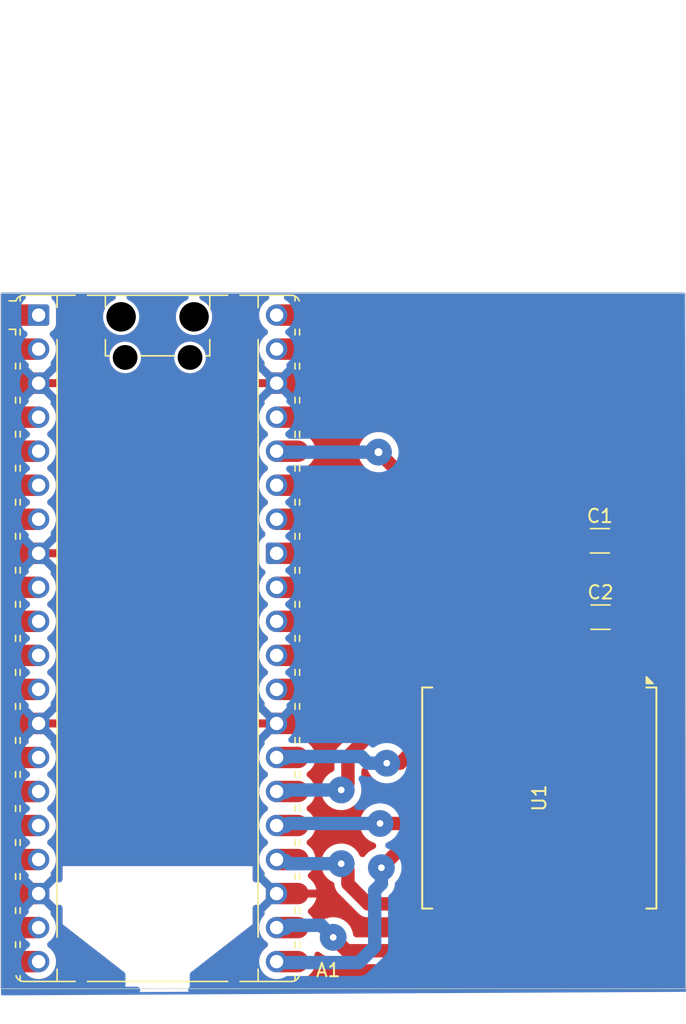
<source format=kicad_pcb>
(kicad_pcb (version 20241229) (generator "pcbnew") (generator_version "9.0")
  (layers (0 "F.Cu" signal) (2 "B.Cu" signal) (13 "F.Paste" user) (15 "B.Paste" user) (5 "F.SilkS" user "F.Silkscreen") (7 "B.SilkS" user "B.Silkscreen") (1 "F.Mask" user) (3 "B.Mask" user) (25 "Edge.Cuts" user))
  (net 0 "")
  (net 1 "DIO0")
  (net 3 "SCK")
  (net 4 "GND")
  (net 14 "MOSI")
  (net 18 "MISO")
  (net 19 "3.3V")
  (net 21 "RESET")
  (net 22 "NSS")
  (footprint "RF_Module:Ai-Thinker-Ra-01-LoRa" (layer "F.Cu") (at 152.4716 108.3178 -90)
    (property "Reference" "U1" (at 0 0 90) (layer "F.SilkS"))
    (property "Value" "Ai-Thinker-Ra-01")
    (fp_line (start -8.25 8.75) (end 8.25 8.75) (stroke (width 0.15)) (layer "F.SilkS"))
    (fp_line (start 8.25 8.75) (end 8.25 8) (stroke (width 0.15)) (layer "F.SilkS"))
    (fp_line (start -8.25 8) (end -8.25 8.75) (stroke (width 0.15)) (layer "F.SilkS"))
    (fp_line (start -8.25 -8) (end -8.25 -8.75) (stroke (width 0.15)) (layer "F.SilkS"))
    (fp_line (start -8.25 -8.75) (end 8.25 -8.75) (stroke (width 0.15)) (layer "F.SilkS"))
    (fp_line (start 8.25 -8.75) (end 8.25 -8) (stroke (width 0.15)) (layer "F.SilkS"))
    (fp_poly (pts (xy -8.55 -8) (xy -9.05 -8) (xy -8.55 -8.5) (xy -8.55 -8)) (stroke (width 0.12)) (fill yes) (layer "F.SilkS"))
    (pad "1" smd rect (at -8 -7 270) (size 2 1.5) (layers "F.Cu" "F.Mask" "F.Paste"))
    (pad "2" smd rect (at -8 -5 270) (size 2 1.5) (layers "F.Cu" "F.Mask" "F.Paste") (net 4 "GND"))
    (pad "3" smd rect (at -8 -3 270) (size 2 1.5) (layers "F.Cu" "F.Mask" "F.Paste") (net 19 "3.3V"))
    (pad "4" smd rect (at -8 -1 270) (size 2 1.5) (layers "F.Cu" "F.Mask" "F.Paste") (net 21 "RESET"))
    (pad "5" smd rect (at -8 1 270) (size 2 1.5) (layers "F.Cu" "F.Mask" "F.Paste") (net 1 "DIO0"))
    (pad "6" smd rect (at -8 3 270) (size 2 1.5) (layers "F.Cu" "F.Mask" "F.Paste"))
    (pad "7" smd rect (at -8 5 270) (size 2 1.5) (layers "F.Cu" "F.Mask" "F.Paste"))
    (pad "8" smd rect (at -8 7 270) (size 2 1.5) (layers "F.Cu" "F.Mask" "F.Paste"))
    (pad "9" smd rect (at 8 7 270) (size 2 1.5) (layers "F.Cu" "F.Mask" "F.Paste") (net 4 "GND"))
    (pad "10" smd rect (at 8 5 270) (size 2 1.5) (layers "F.Cu" "F.Mask" "F.Paste"))
    (pad "11" smd rect (at 8 3 270) (size 2 1.5) (layers "F.Cu" "F.Mask" "F.Paste"))
    (pad "12" smd rect (at 8 1 270) (size 2 1.5) (layers "F.Cu" "F.Mask" "F.Paste") (net 3 "SCK"))
    (pad "13" smd rect (at 8 -1 270) (size 2 1.5) (layers "F.Cu" "F.Mask" "F.Paste") (net 18 "MISO"))
    (pad "14" smd rect (at 8 -3 270) (size 2 1.5) (layers "F.Cu" "F.Mask" "F.Paste") (net 14 "MOSI"))
    (pad "15" smd rect (at 8 -5 270) (size 2 1.5) (layers "F.Cu" "F.Mask" "F.Paste") (net 22 "NSS"))
    (pad "16" smd rect (at 8 -7 270) (size 2 1.5) (layers "F.Cu" "F.Mask" "F.Paste") (net 4 "GND"))
  )
  (footprint "Library:RaspberryPi_Pico_Common_Unspecified" (layer "F.Cu") (at 123.95 96.4)
    (property "Reference" "A1" (at 11.7475 24.765 0) (layer "F.SilkS") (effects (justify left)))
    (property "Value" "RaspberryPi_Pico_W")
    (fp_line (start -10.61 -23.07) (end -11.09 -23.07) (stroke (width 0.12)) (layer "F.SilkS"))
    (fp_line (start -10.61 -23.07) (end -10.61 -22.65) (stroke (width 0.12)) (layer "F.SilkS"))
    (fp_line (start -10.61 -20.53) (end -10.61 -20.11) (stroke (width 0.12)) (layer "F.SilkS"))
    (fp_line (start -10.61 -17.99) (end -10.61 -17.57) (stroke (width 0.12)) (layer "F.SilkS"))
    (fp_line (start -10.61 -15.45) (end -10.61 -15.03) (stroke (width 0.12)) (layer "F.SilkS"))
    (fp_line (start -10.61 -12.91) (end -10.61 -12.49) (stroke (width 0.12)) (layer "F.SilkS"))
    (fp_line (start -10.61 -10.37) (end -10.61 -9.95) (stroke (width 0.12)) (layer "F.SilkS"))
    (fp_line (start -10.61 -7.83) (end -10.61 -7.41) (stroke (width 0.12)) (layer "F.SilkS"))
    (fp_line (start -10.61 -5.29) (end -10.61 -4.87) (stroke (width 0.12)) (layer "F.SilkS"))
    (fp_line (start -10.61 -2.75) (end -10.61 -2.33) (stroke (width 0.12)) (layer "F.SilkS"))
    (fp_line (start -10.61 -0.21) (end -10.61 0.21) (stroke (width 0.12)) (layer "F.SilkS"))
    (fp_line (start -10.61 2.33) (end -10.61 2.75) (stroke (width 0.12)) (layer "F.SilkS"))
    (fp_line (start -10.61 4.87) (end -10.61 5.29) (stroke (width 0.12)) (layer "F.SilkS"))
    (fp_line (start -10.61 7.41) (end -10.61 7.83) (stroke (width 0.12)) (layer "F.SilkS"))
    (fp_line (start -10.61 9.95) (end -10.61 10.37) (stroke (width 0.12)) (layer "F.SilkS"))
    (fp_line (start -10.61 12.49) (end -10.61 12.91) (stroke (width 0.12)) (layer "F.SilkS"))
    (fp_line (start -10.61 15.03) (end -10.61 15.45) (stroke (width 0.12)) (layer "F.SilkS"))
    (fp_line (start -10.61 17.57) (end -10.61 17.99) (stroke (width 0.12)) (layer "F.SilkS"))
    (fp_line (start -10.61 20.11) (end -10.61 20.53) (stroke (width 0.12)) (layer "F.SilkS"))
    (fp_line (start -10.61 22.65) (end -10.61 23.07) (stroke (width 0.12)) (layer "F.SilkS"))
    (fp_line (start -10.579676 -25.19) (end -11.09 -25.19) (stroke (width 0.12)) (layer "F.SilkS"))
    (fp_line (start -10.27 -25.189937) (end -10.27 -25.547) (stroke (width 0.12)) (layer "F.SilkS"))
    (fp_line (start -10.27 -23.07) (end -10.27 -22.65) (stroke (width 0.12)) (layer "F.SilkS"))
    (fp_line (start -10.27 -20.53) (end -10.27 -20.11) (stroke (width 0.12)) (layer "F.SilkS"))
    (fp_line (start -10.27 -17.99) (end -10.27 -17.57) (stroke (width 0.12)) (layer "F.SilkS"))
    (fp_line (start -10.27 -15.45) (end -10.27 -15.03) (stroke (width 0.12)) (layer "F.SilkS"))
    (fp_line (start -10.27 -12.91) (end -10.27 -12.49) (stroke (width 0.12)) (layer "F.SilkS"))
    (fp_line (start -10.27 -10.37) (end -10.27 -9.95) (stroke (width 0.12)) (layer "F.SilkS"))
    (fp_line (start -10.27 -7.83) (end -10.27 -7.41) (stroke (width 0.12)) (layer "F.SilkS"))
    (fp_line (start -10.27 -5.29) (end -10.27 -4.87) (stroke (width 0.12)) (layer "F.SilkS"))
    (fp_line (start -10.27 -2.75) (end -10.27 -2.33) (stroke (width 0.12)) (layer "F.SilkS"))
    (fp_line (start -10.27 -0.21) (end -10.27 0.21) (stroke (width 0.12)) (layer "F.SilkS"))
    (fp_line (start -10.27 2.33) (end -10.27 2.75) (stroke (width 0.12)) (layer "F.SilkS"))
    (fp_line (start -10.27 4.87) (end -10.27 5.29) (stroke (width 0.12)) (layer "F.SilkS"))
    (fp_line (start -10.27 7.41) (end -10.27 7.83) (stroke (width 0.12)) (layer "F.SilkS"))
    (fp_line (start -10.27 9.95) (end -10.27 10.37) (stroke (width 0.12)) (layer "F.SilkS"))
    (fp_line (start -10.27 12.49) (end -10.27 12.91) (stroke (width 0.12)) (layer "F.SilkS"))
    (fp_line (start -10.27 15.03) (end -10.27 15.45) (stroke (width 0.12)) (layer "F.SilkS"))
    (fp_line (start -10.27 17.57) (end -10.27 17.99) (stroke (width 0.12)) (layer "F.SilkS"))
    (fp_line (start -10.27 20.11) (end -10.27 20.53) (stroke (width 0.12)) (layer "F.SilkS"))
    (fp_line (start -10.27 22.65) (end -10.27 23.07) (stroke (width 0.12)) (layer "F.SilkS"))
    (fp_line (start -10.27 25.189937) (end -10.27 25.547) (stroke (width 0.12)) (layer "F.SilkS"))
    (fp_line (start -10 -25.61) (end -7.51 -25.61) (stroke (width 0.12)) (layer "F.SilkS"))
    (fp_line (start -10 25.61) (end -6.162061 25.61) (stroke (width 0.12)) (layer "F.SilkS"))
    (fp_line (start -7.51 -25.61) (end -7.51 -24.69648) (stroke (width 0.12)) (layer "F.SilkS"))
    (fp_line (start -7.51 -25.61) (end -6.16206 -25.61) (stroke (width 0.12)) (layer "F.SilkS"))
    (fp_line (start -7.51 -22.30352) (end -7.51 22.30352) (stroke (width 0.12)) (layer "F.SilkS"))
    (fp_line (start -7.51 24.69648) (end -7.51 25.61) (stroke (width 0.12)) (layer "F.SilkS"))
    (fp_line (start -5.237939 -25.61) (end -4.235 -25.61) (stroke (width 0.12)) (layer "F.SilkS"))
    (fp_line (start -4.235 -25.61) (end 4.235 -25.61) (stroke (width 0.12)) (layer "F.SilkS"))
    (fp_line (start -3.9 -25.61) (end -3.9 -24.694) (stroke (width 0.12)) (layer "F.SilkS"))
    (fp_line (start -3.9 -22.306) (end -3.9 -21.09) (stroke (width 0.12)) (layer "F.SilkS"))
    (fp_line (start -3.9 -21.09) (end -3.60391 -21.09) (stroke (width 0.12)) (layer "F.SilkS"))
    (fp_line (start -3.6 25.61) (end -5.237939 25.61) (stroke (width 0.12)) (layer "F.SilkS"))
    (fp_line (start -1.24609 -21.09) (end 1.24609 -21.09) (stroke (width 0.12)) (layer "F.SilkS"))
    (fp_line (start 3.6 25.61) (end -3.6 25.61) (stroke (width 0.12)) (layer "F.SilkS"))
    (fp_line (start 3.60391 -21.09) (end 3.9 -21.09) (stroke (width 0.12)) (layer "F.SilkS"))
    (fp_line (start 3.9 -25.61) (end 3.9 -24.694) (stroke (width 0.12)) (layer "F.SilkS"))
    (fp_line (start 3.9 -22.306) (end 3.9 -21.09) (stroke (width 0.12)) (layer "F.SilkS"))
    (fp_line (start 4.235 -25.61) (end 5.237939 -25.61) (stroke (width 0.12)) (layer "F.SilkS"))
    (fp_line (start 5.237939 25.61) (end 3.6 25.61) (stroke (width 0.12)) (layer "F.SilkS"))
    (fp_line (start 6.162061 -25.61) (end 7.51 -25.61) (stroke (width 0.12)) (layer "F.SilkS"))
    (fp_line (start 6.162061 25.61) (end 10 25.61) (stroke (width 0.12)) (layer "F.SilkS"))
    (fp_line (start 7.51 -25.61) (end 7.51 -24.69648) (stroke (width 0.12)) (layer "F.SilkS"))
    (fp_line (start 7.51 -22.30352) (end 7.51 22.30352) (stroke (width 0.12)) (layer "F.SilkS"))
    (fp_line (start 7.51 24.69648) (end 7.51 25.61) (stroke (width 0.12)) (layer "F.SilkS"))
    (fp_line (start 10 -25.61) (end 7.51 -25.61) (stroke (width 0.12)) (layer "F.SilkS"))
    (fp_line (start 10.27 -25.189937) (end 10.27 -25.547) (stroke (width 0.12)) (layer "F.SilkS"))
    (fp_line (start 10.27 -23.07) (end 10.27 -22.65) (stroke (width 0.12)) (layer "F.SilkS"))
    (fp_line (start 10.27 -20.53) (end 10.27 -20.11) (stroke (width 0.12)) (layer "F.SilkS"))
    (fp_line (start 10.27 -17.99) (end 10.27 -17.57) (stroke (width 0.12)) (layer "F.SilkS"))
    (fp_line (start 10.27 -15.45) (end 10.27 -15.03) (stroke (width 0.12)) (layer "F.SilkS"))
    (fp_line (start 10.27 -12.91) (end 10.27 -12.49) (stroke (width 0.12)) (layer "F.SilkS"))
    (fp_line (start 10.27 -10.37) (end 10.27 -9.95) (stroke (width 0.12)) (layer "F.SilkS"))
    (fp_line (start 10.27 -7.83) (end 10.27 -7.41) (stroke (width 0.12)) (layer "F.SilkS"))
    (fp_line (start 10.27 -5.29) (end 10.27 -4.87) (stroke (width 0.12)) (layer "F.SilkS"))
    (fp_line (start 10.27 -2.75) (end 10.27 -2.33) (stroke (width 0.12)) (layer "F.SilkS"))
    (fp_line (start 10.27 -0.21) (end 10.27 0.21) (stroke (width 0.12)) (layer "F.SilkS"))
    (fp_line (start 10.27 2.33) (end 10.27 2.75) (stroke (width 0.12)) (layer "F.SilkS"))
    (fp_line (start 10.27 4.87) (end 10.27 5.29) (stroke (width 0.12)) (layer "F.SilkS"))
    (fp_line (start 10.27 7.41) (end 10.27 7.83) (stroke (width 0.12)) (layer "F.SilkS"))
    (fp_line (start 10.27 9.95) (end 10.27 10.37) (stroke (width 0.12)) (layer "F.SilkS"))
    (fp_line (start 10.27 12.49) (end 10.27 12.91) (stroke (width 0.12)) (layer "F.SilkS"))
    (fp_line (start 10.27 15.03) (end 10.27 15.45) (stroke (width 0.12)) (layer "F.SilkS"))
    (fp_line (start 10.27 17.57) (end 10.27 17.99) (stroke (width 0.12)) (layer "F.SilkS"))
    (fp_line (start 10.27 20.11) (end 10.27 20.53) (stroke (width 0.12)) (layer "F.SilkS"))
    (fp_line (start 10.27 22.65) (end 10.27 23.07) (stroke (width 0.12)) (layer "F.SilkS"))
    (fp_line (start 10.27 25.189937) (end 10.27 25.547) (stroke (width 0.12)) (layer "F.SilkS"))
    (fp_line (start 10.61 -23.07) (end 10.61 -22.65) (stroke (width 0.12)) (layer "F.SilkS"))
    (fp_line (start 10.61 -20.53) (end 10.61 -20.11) (stroke (width 0.12)) (layer "F.SilkS"))
    (fp_line (start 10.61 -17.99) (end 10.61 -17.57) (stroke (width 0.12)) (layer "F.SilkS"))
    (fp_line (start 10.61 -15.45) (end 10.61 -15.03) (stroke (width 0.12)) (layer "F.SilkS"))
    (fp_line (start 10.61 -12.91) (end 10.61 -12.49) (stroke (width 0.12)) (layer "F.SilkS"))
    (fp_line (start 10.61 -10.37) (end 10.61 -9.95) (stroke (width 0.12)) (layer "F.SilkS"))
    (fp_line (start 10.61 -7.83) (end 10.61 -7.41) (stroke (width 0.12)) (layer "F.SilkS"))
    (fp_line (start 10.61 -5.29) (end 10.61 -4.87) (stroke (width 0.12)) (layer "F.SilkS"))
    (fp_line (start 10.61 -2.75) (end 10.61 -2.33) (stroke (width 0.12)) (layer "F.SilkS"))
    (fp_line (start 10.61 -0.21) (end 10.61 0.21) (stroke (width 0.12)) (layer "F.SilkS"))
    (fp_line (start 10.61 2.33) (end 10.61 2.75) (stroke (width 0.12)) (layer "F.SilkS"))
    (fp_line (start 10.61 4.87) (end 10.61 5.29) (stroke (width 0.12)) (layer "F.SilkS"))
    (fp_line (start 10.61 7.41) (end 10.61 7.83) (stroke (width 0.12)) (layer "F.SilkS"))
    (fp_line (start 10.61 9.95) (end 10.61 10.37) (stroke (width 0.12)) (layer "F.SilkS"))
    (fp_line (start 10.61 12.49) (end 10.61 12.91) (stroke (width 0.12)) (layer "F.SilkS"))
    (fp_line (start 10.61 15.03) (end 10.61 15.45) (stroke (width 0.12)) (layer "F.SilkS"))
    (fp_line (start 10.61 17.57) (end 10.61 17.99) (stroke (width 0.12)) (layer "F.SilkS"))
    (fp_line (start 10.61 20.11) (end 10.61 20.53) (stroke (width 0.12)) (layer "F.SilkS"))
    (fp_line (start 10.61 22.65) (end 10.61 23.07) (stroke (width 0.12)) (layer "F.SilkS"))
    (fp_arc (start -10.579676 -25.19) (mid -10.357916 -25.49396) (end -10 -25.61) (stroke (width 0.12)) (layer "F.SilkS"))
    (fp_arc (start -10 25.61) (mid -10.357937 25.493944) (end -10.579676 25.189937) (stroke (width 0.12)) (layer "F.SilkS"))
    (fp_arc (start 10 -25.61) (mid 10.357937 -25.493944) (end 10.579676 -25.189937) (stroke (width 0.12)) (layer "F.SilkS"))
    (fp_arc (start 10.579676 25.189937) (mid 10.357958 25.493991) (end 10 25.61) (stroke (width 0.12)) (layer "F.SilkS"))
    (pad "" np_thru_hole circle (at -2.725 -24) (size 2.2 2.2) (drill 2.2) (layers "*.Mask"))
    (pad "" np_thru_hole circle (at -2.425 -20.97) (size 1.85 1.85) (drill 1.85) (layers "*.Mask"))
    (pad "" np_thru_hole circle (at 2.425 -20.97) (size 1.85 1.85) (drill 1.85) (layers "*.Mask"))
    (pad "" np_thru_hole circle (at 2.725 -24) (size 2.2 2.2) (drill 2.2) (layers "*.Mask"))
    (pad "1" smd custom (at -9.69 -24.13) (size 1.6 0.8) (layers "F.Cu" "F.Mask") (options (clearance outline) (anchor rect)) (primitives (gr_circle (center 0.8 0) (end 1.6 0) (width 0) (fill yes)) (gr_poly (pts (xy -1.6 -0.6) (xy -1.6 0.6) (xy -1.4 0.8) (xy 0.8 0.8) (xy 0.8 -0.8) (xy -1.4 -0.8)) (width 0) (fill yes)) (gr_circle (center -1.4 -0.6) (end -1.2 -0.6) (width 0) (fill yes)) (gr_circle (center -1.4 0.6) (end -1.2 0.6) (width 0) (fill yes))))
    (pad "1" thru_hole roundrect (at -8.89 -24.13) (size 1.6 1.6) (drill 1) (layers "*.Cu" "*.Mask") (roundrect_rratio 0.125))
    (pad "2" smd roundrect (at -9.69 -21.59) (size 3.2 1.6) (layers "F.Cu" "F.Mask") (roundrect_rratio 0.5))
    (pad "2" thru_hole circle (at -8.89 -21.59) (size 1.6 1.6) (drill 1) (layers "*.Cu" "*.Mask"))
    (pad "3" smd custom (at -9.69 -19.05) (size 1.6 0.8) (layers "F.Cu" "F.Mask") (net 4 "GND") (options (clearance outline) (anchor rect)) (primitives (gr_circle (center -0.8 0) (end 0 0) (width 0) (fill yes)) (gr_poly (pts (xy 1.6 -0.6) (xy 1.6 0.6) (xy 1.4 0.8) (xy -0.8 0.8) (xy -0.8 -0.8) (xy 1.4 -0.8)) (width 0) (fill yes)) (gr_circle (center 1.4 -0.6) (end 1.6 -0.6) (width 0) (fill yes)) (gr_circle (center 1.4 0.6) (end 1.6 0.6) (width 0) (fill yes))))
    (pad "3" thru_hole custom (at -8.89 -19.05) (size 1.6 1.6) (drill 1) (layers "*.Cu" "*.Mask") (net 4 "GND") (options (clearance outline) (anchor circle)) (primitives (gr_poly (pts (xy 0.8 0.6) (xy 0.8 -0.6) (xy 0.6 -0.8) (xy 0 -0.8) (xy 0 0.8) (xy 0.6 0.8)) (width 0) (fill yes)) (gr_circle (center 0.6 0.6) (end 0.8 0.6) (width 0) (fill yes)) (gr_circle (center 0.6 -0.6) (end 0.8 -0.6) (width 0) (fill yes))))
    (pad "4" smd roundrect (at -9.69 -16.51) (size 3.2 1.6) (layers "F.Cu" "F.Mask") (roundrect_rratio 0.5))
    (pad "4" thru_hole circle (at -8.89 -16.51) (size 1.6 1.6) (drill 1) (layers "*.Cu" "*.Mask"))
    (pad "5" smd roundrect (at -9.69 -13.97) (size 3.2 1.6) (layers "F.Cu" "F.Mask") (roundrect_rratio 0.5))
    (pad "5" thru_hole circle (at -8.89 -13.97) (size 1.6 1.6) (drill 1) (layers "*.Cu" "*.Mask"))
    (pad "6" smd roundrect (at -9.69 -11.43) (size 3.2 1.6) (layers "F.Cu" "F.Mask") (roundrect_rratio 0.5))
    (pad "6" thru_hole circle (at -8.89 -11.43) (size 1.6 1.6) (drill 1) (layers "*.Cu" "*.Mask"))
    (pad "7" smd roundrect (at -9.69 -8.89) (size 3.2 1.6) (layers "F.Cu" "F.Mask") (roundrect_rratio 0.5))
    (pad "7" thru_hole circle (at -8.89 -8.89) (size 1.6 1.6) (drill 1) (layers "*.Cu" "*.Mask"))
    (pad "8" smd custom (at -9.69 -6.35) (size 1.6 0.8) (layers "F.Cu" "F.Mask") (net 4 "GND") (options (clearance outline) (anchor rect)) (primitives (gr_circle (center -0.8 0) (end 0 0) (width 0) (fill yes)) (gr_poly (pts (xy 1.6 -0.6) (xy 1.6 0.6) (xy 1.4 0.8) (xy -0.8 0.8) (xy -0.8 -0.8) (xy 1.4 -0.8)) (width 0) (fill yes)) (gr_circle (center 1.4 -0.6) (end 1.6 -0.6) (width 0) (fill yes)) (gr_circle (center 1.4 0.6) (end 1.6 0.6) (width 0) (fill yes))))
    (pad "8" thru_hole custom (at -8.89 -6.35) (size 1.6 1.6) (drill 1) (layers "*.Cu" "*.Mask") (net 4 "GND") (options (clearance outline) (anchor circle)) (primitives (gr_poly (pts (xy 0.8 0.6) (xy 0.8 -0.6) (xy 0.6 -0.8) (xy 0 -0.8) (xy 0 0.8) (xy 0.6 0.8)) (width 0) (fill yes)) (gr_circle (center 0.6 0.6) (end 0.8 0.6) (width 0) (fill yes)) (gr_circle (center 0.6 -0.6) (end 0.8 -0.6) (width 0) (fill yes))))
    (pad "9" smd roundrect (at -9.69 -3.81) (size 3.2 1.6) (layers "F.Cu" "F.Mask") (roundrect_rratio 0.5))
    (pad "9" thru_hole circle (at -8.89 -3.81) (size 1.6 1.6) (drill 1) (layers "*.Cu" "*.Mask"))
    (pad "10" smd roundrect (at -9.69 -1.27) (size 3.2 1.6) (layers "F.Cu" "F.Mask") (roundrect_rratio 0.5))
    (pad "10" thru_hole circle (at -8.89 -1.27) (size 1.6 1.6) (drill 1) (layers "*.Cu" "*.Mask"))
    (pad "11" smd roundrect (at -9.69 1.27) (size 3.2 1.6) (layers "F.Cu" "F.Mask") (roundrect_rratio 0.5))
    (pad "11" thru_hole circle (at -8.89 1.27) (size 1.6 1.6) (drill 1) (layers "*.Cu" "*.Mask"))
    (pad "12" smd roundrect (at -9.69 3.81) (size 3.2 1.6) (layers "F.Cu" "F.Mask") (roundrect_rratio 0.5))
    (pad "12" thru_hole circle (at -8.89 3.81) (size 1.6 1.6) (drill 1) (layers "*.Cu" "*.Mask"))
    (pad "13" smd custom (at -9.69 6.35) (size 1.6 0.8) (layers "F.Cu" "F.Mask") (net 4 "GND") (options (clearance outline) (anchor rect)) (primitives (gr_circle (center -0.8 0) (end 0 0) (width 0) (fill yes)) (gr_poly (pts (xy 1.6 -0.6) (xy 1.6 0.6) (xy 1.4 0.8) (xy -0.8 0.8) (xy -0.8 -0.8) (xy 1.4 -0.8)) (width 0) (fill yes)) (gr_circle (center 1.4 -0.6) (end 1.6 -0.6) (width 0) (fill yes)) (gr_circle (center 1.4 0.6) (end 1.6 0.6) (width 0) (fill yes))))
    (pad "13" thru_hole custom (at -8.89 6.35) (size 1.6 1.6) (drill 1) (layers "*.Cu" "*.Mask") (net 4 "GND") (options (clearance outline) (anchor circle)) (primitives (gr_poly (pts (xy 0.8 0.6) (xy 0.8 -0.6) (xy 0.6 -0.8) (xy 0 -0.8) (xy 0 0.8) (xy 0.6 0.8)) (width 0) (fill yes)) (gr_circle (center 0.6 0.6) (end 0.8 0.6) (width 0) (fill yes)) (gr_circle (center 0.6 -0.6) (end 0.8 -0.6) (width 0) (fill yes))))
    (pad "14" smd roundrect (at -9.69 8.89) (size 3.2 1.6) (layers "F.Cu" "F.Mask") (roundrect_rratio 0.5))
    (pad "14" thru_hole circle (at -8.89 8.89) (size 1.6 1.6) (drill 1) (layers "*.Cu" "*.Mask"))
    (pad "15" smd roundrect (at -9.69 11.43) (size 3.2 1.6) (layers "F.Cu" "F.Mask") (roundrect_rratio 0.5))
    (pad "15" thru_hole circle (at -8.89 11.43) (size 1.6 1.6) (drill 1) (layers "*.Cu" "*.Mask"))
    (pad "16" smd roundrect (at -9.69 13.97) (size 3.2 1.6) (layers "F.Cu" "F.Mask") (roundrect_rratio 0.5))
    (pad "16" thru_hole circle (at -8.89 13.97) (size 1.6 1.6) (drill 1) (layers "*.Cu" "*.Mask"))
    (pad "17" smd roundrect (at -9.69 16.51) (size 3.2 1.6) (layers "F.Cu" "F.Mask") (roundrect_rratio 0.5))
    (pad "17" thru_hole circle (at -8.89 16.51) (size 1.6 1.6) (drill 1) (layers "*.Cu" "*.Mask"))
    (pad "18" smd custom (at -9.69 19.05) (size 1.6 0.8) (layers "F.Cu" "F.Mask") (net 4 "GND") (options (clearance outline) (anchor rect)) (primitives (gr_circle (center -0.8 0) (end 0 0) (width 0) (fill yes)) (gr_poly (pts (xy 1.6 -0.6) (xy 1.6 0.6) (xy 1.4 0.8) (xy -0.8 0.8) (xy -0.8 -0.8) (xy 1.4 -0.8)) (width 0) (fill yes)) (gr_circle (center 1.4 -0.6) (end 1.6 -0.6) (width 0) (fill yes)) (gr_circle (center 1.4 0.6) (end 1.6 0.6) (width 0) (fill yes))))
    (pad "18" thru_hole custom (at -8.89 19.05) (size 1.6 1.6) (drill 1) (layers "*.Cu" "*.Mask") (net 4 "GND") (options (clearance outline) (anchor circle)) (primitives (gr_poly (pts (xy 0.8 0.6) (xy 0.8 -0.6) (xy 0.6 -0.8) (xy 0 -0.8) (xy 0 0.8) (xy 0.6 0.8)) (width 0) (fill yes)) (gr_circle (center 0.6 0.6) (end 0.8 0.6) (width 0) (fill yes)) (gr_circle (center 0.6 -0.6) (end 0.8 -0.6) (width 0) (fill yes))))
    (pad "19" smd roundrect (at -9.69 21.59) (size 3.2 1.6) (layers "F.Cu" "F.Mask") (roundrect_rratio 0.5))
    (pad "19" thru_hole circle (at -8.89 21.59) (size 1.6 1.6) (drill 1) (layers "*.Cu" "*.Mask"))
    (pad "20" smd roundrect (at -9.69 24.13) (size 3.2 1.6) (layers "F.Cu" "F.Mask") (roundrect_rratio 0.5))
    (pad "20" thru_hole circle (at -8.89 24.13) (size 1.6 1.6) (drill 1) (layers "*.Cu" "*.Mask"))
    (pad "21" thru_hole circle (at 8.89 24.13) (size 1.6 1.6) (drill 1) (layers "*.Cu" "*.Mask") (net 18 "MISO"))
    (pad "21" smd roundrect (at 9.69 24.13) (size 3.2 1.6) (layers "F.Cu" "F.Mask") (roundrect_rratio 0.5) (net 18 "MISO"))
    (pad "22" thru_hole circle (at 8.89 21.59) (size 1.6 1.6) (drill 1) (layers "*.Cu" "*.Mask") (net 22 "NSS"))
    (pad "22" smd roundrect (at 9.69 21.59) (size 3.2 1.6) (layers "F.Cu" "F.Mask") (roundrect_rratio 0.5) (net 22 "NSS"))
    (pad "23" thru_hole custom (at 8.89 19.05) (size 1.6 1.6) (drill 1) (layers "*.Cu" "*.Mask") (net 4 "GND") (options (clearance outline) (anchor circle)) (primitives (gr_poly (pts (xy -0.8 0.6) (xy -0.8 -0.6) (xy -0.6 -0.8) (xy 0 -0.8) (xy 0 0.8) (xy -0.6 0.8)) (width 0) (fill yes)) (gr_circle (center -0.6 0.6) (end -0.4 0.6) (width 0) (fill yes)) (gr_circle (center -0.6 -0.6) (end -0.4 -0.6) (width 0) (fill yes))))
    (pad "23" smd custom (at 9.69 19.05) (size 1.6 0.8) (layers "F.Cu" "F.Mask") (net 4 "GND") (options (clearance outline) (anchor rect)) (primitives (gr_circle (center 0.8 0) (end 1.6 0) (width 0) (fill yes)) (gr_poly (pts (xy -1.6 -0.6) (xy -1.6 0.6) (xy -1.4 0.8) (xy 0.8 0.8) (xy 0.8 -0.8) (xy -1.4 -0.8)) (width 0) (fill yes)) (gr_circle (center -1.4 -0.6) (end -1.2 -0.6) (width 0) (fill yes)) (gr_circle (center -1.4 0.6) (end -1.2 0.6) (width 0) (fill yes))))
    (pad "24" thru_hole circle (at 8.89 16.51) (size 1.6 1.6) (drill 1) (layers "*.Cu" "*.Mask") (net 3 "SCK"))
    (pad "24" smd roundrect (at 9.69 16.51) (size 3.2 1.6) (layers "F.Cu" "F.Mask") (roundrect_rratio 0.5) (net 3 "SCK"))
    (pad "25" thru_hole circle (at 8.89 13.97) (size 1.6 1.6) (drill 1) (layers "*.Cu" "*.Mask") (net 14 "MOSI"))
    (pad "25" smd roundrect (at 9.69 13.97) (size 3.2 1.6) (layers "F.Cu" "F.Mask") (roundrect_rratio 0.5) (net 14 "MOSI"))
    (pad "26" thru_hole circle (at 8.89 11.43) (size 1.6 1.6) (drill 1) (layers "*.Cu" "*.Mask") (net 1 "DIO0"))
    (pad "26" smd roundrect (at 9.69 11.43) (size 3.2 1.6) (layers "F.Cu" "F.Mask") (roundrect_rratio 0.5) (net 1 "DIO0"))
    (pad "27" thru_hole circle (at 8.89 8.89) (size 1.6 1.6) (drill 1) (layers "*.Cu" "*.Mask") (net 21 "RESET"))
    (pad "27" smd roundrect (at 9.69 8.89) (size 3.2 1.6) (layers "F.Cu" "F.Mask") (roundrect_rratio 0.5) (net 21 "RESET"))
    (pad "28" thru_hole custom (at 8.89 6.35) (size 1.6 1.6) (drill 1) (layers "*.Cu" "*.Mask") (net 4 "GND") (options (clearance outline) (anchor circle)) (primitives (gr_poly (pts (xy -0.8 0.6) (xy -0.8 -0.6) (xy -0.6 -0.8) (xy 0 -0.8) (xy 0 0.8) (xy -0.6 0.8)) (width 0) (fill yes)) (gr_circle (center -0.6 0.6) (end -0.4 0.6) (width 0) (fill yes)) (gr_circle (center -0.6 -0.6) (end -0.4 -0.6) (width 0) (fill yes))))
    (pad "28" smd custom (at 9.69 6.35) (size 1.6 0.8) (layers "F.Cu" "F.Mask") (net 4 "GND") (options (clearance outline) (anchor rect)) (primitives (gr_circle (center 0.8 0) (end 1.6 0) (width 0) (fill yes)) (gr_poly (pts (xy -1.6 -0.6) (xy -1.6 0.6) (xy -1.4 0.8) (xy 0.8 0.8) (xy 0.8 -0.8) (xy -1.4 -0.8)) (width 0) (fill yes)) (gr_circle (center -1.4 -0.6) (end -1.2 -0.6) (width 0) (fill yes)) (gr_circle (center -1.4 0.6) (end -1.2 0.6) (width 0) (fill yes))))
    (pad "29" thru_hole circle (at 8.89 3.81) (size 1.6 1.6) (drill 1) (layers "*.Cu" "*.Mask"))
    (pad "29" smd roundrect (at 9.69 3.81) (size 3.2 1.6) (layers "F.Cu" "F.Mask") (roundrect_rratio 0.5))
    (pad "30" thru_hole circle (at 8.89 1.27) (size 1.6 1.6) (drill 1) (layers "*.Cu" "*.Mask"))
    (pad "30" smd roundrect (at 9.69 1.27) (size 3.2 1.6) (layers "F.Cu" "F.Mask") (roundrect_rratio 0.5))
    (pad "31" thru_hole circle (at 8.89 -1.27) (size 1.6 1.6) (drill 1) (layers "*.Cu" "*.Mask"))
    (pad "31" smd roundrect (at 9.69 -1.27) (size 3.2 1.6) (layers "F.Cu" "F.Mask") (roundrect_rratio 0.5))
    (pad "32" thru_hole circle (at 8.89 -3.81) (size 1.6 1.6) (drill 1) (layers "*.Cu" "*.Mask"))
    (pad "32" smd roundrect (at 9.69 -3.81) (size 3.2 1.6) (layers "F.Cu" "F.Mask") (roundrect_rratio 0.5))
    (pad "33" thru_hole custom (at 8.89 -6.35) (size 1.6 1.6) (drill 1) (layers "*.Cu" "*.Mask") (options (clearance outline) (anchor circle)) (primitives (gr_poly (pts (xy -0.8 0.6) (xy -0.8 -0.6) (xy -0.6 -0.8) (xy 0 -0.8) (xy 0 0.8) (xy -0.6 0.8)) (width 0) (fill yes)) (gr_circle (center -0.6 0.6) (end -0.4 0.6) (width 0) (fill yes)) (gr_circle (center -0.6 -0.6) (end -0.4 -0.6) (width 0) (fill yes))))
    (pad "33" smd custom (at 9.69 -6.35) (size 1.6 0.8) (layers "F.Cu" "F.Mask") (options (clearance outline) (anchor rect)) (primitives (gr_circle (center 0.8 0) (end 1.6 0) (width 0) (fill yes)) (gr_poly (pts (xy -1.6 -0.6) (xy -1.6 0.6) (xy -1.4 0.8) (xy 0.8 0.8) (xy 0.8 -0.8) (xy -1.4 -0.8)) (width 0) (fill yes)) (gr_circle (center -1.4 -0.6) (end -1.2 -0.6) (width 0) (fill yes)) (gr_circle (center -1.4 0.6) (end -1.2 0.6) (width 0) (fill yes))))
    (pad "34" thru_hole circle (at 8.89 -8.89) (size 1.6 1.6) (drill 1) (layers "*.Cu" "*.Mask"))
    (pad "34" smd roundrect (at 9.69 -8.89) (size 3.2 1.6) (layers "F.Cu" "F.Mask") (roundrect_rratio 0.5))
    (pad "35" thru_hole circle (at 8.89 -11.43) (size 1.6 1.6) (drill 1) (layers "*.Cu" "*.Mask"))
    (pad "35" smd roundrect (at 9.69 -11.43) (size 3.2 1.6) (layers "F.Cu" "F.Mask") (roundrect_rratio 0.5))
    (pad "36" thru_hole circle (at 8.89 -13.97) (size 1.6 1.6) (drill 1) (layers "*.Cu" "*.Mask") (net 19 "3.3V"))
    (pad "36" smd roundrect (at 9.69 -13.97) (size 3.2 1.6) (layers "F.Cu" "F.Mask") (roundrect_rratio 0.5) (net 19 "3.3V"))
    (pad "37" thru_hole circle (at 8.89 -16.51) (size 1.6 1.6) (drill 1) (layers "*.Cu" "*.Mask"))
    (pad "37" smd roundrect (at 9.69 -16.51) (size 3.2 1.6) (layers "F.Cu" "F.Mask") (roundrect_rratio 0.5))
    (pad "38" thru_hole custom (at 8.89 -19.05) (size 1.6 1.6) (drill 1) (layers "*.Cu" "*.Mask") (net 4 "GND") (options (clearance outline) (anchor circle)) (primitives (gr_poly (pts (xy -0.8 0.6) (xy -0.8 -0.6) (xy -0.6 -0.8) (xy 0 -0.8) (xy 0 0.8) (xy -0.6 0.8)) (width 0) (fill yes)) (gr_circle (center -0.6 0.6) (end -0.4 0.6) (width 0) (fill yes)) (gr_circle (center -0.6 -0.6) (end -0.4 -0.6) (width 0) (fill yes))))
    (pad "38" smd custom (at 9.69 -19.05) (size 1.6 0.8) (layers "F.Cu" "F.Mask") (net 4 "GND") (options (clearance outline) (anchor rect)) (primitives (gr_circle (center 0.8 0) (end 1.6 0) (width 0) (fill yes)) (gr_poly (pts (xy -1.6 -0.6) (xy -1.6 0.6) (xy -1.4 0.8) (xy 0.8 0.8) (xy 0.8 -0.8) (xy -1.4 -0.8)) (width 0) (fill yes)) (gr_circle (center -1.4 -0.6) (end -1.2 -0.6) (width 0) (fill yes)) (gr_circle (center -1.4 0.6) (end -1.2 0.6) (width 0) (fill yes))))
    (pad "39" thru_hole circle (at 8.89 -21.59) (size 1.6 1.6) (drill 1) (layers "*.Cu" "*.Mask"))
    (pad "39" smd roundrect (at 9.69 -21.59) (size 3.2 1.6) (layers "F.Cu" "F.Mask") (roundrect_rratio 0.5))
    (pad "40" thru_hole circle (at 8.89 -24.13) (size 1.6 1.6) (drill 1) (layers "*.Cu" "*.Mask"))
    (pad "40" smd roundrect (at 9.69 -24.13) (size 3.2 1.6) (layers "F.Cu" "F.Mask") (roundrect_rratio 0.5))
    (zone (net 0) (net_name "") (layers "F.Cu" "B.Cu" "F.Paste" "B.Paste") (name "Antenna Copper Keep Out") (connect_pads (clearance 0)) (min_thickness 0.254)
      (keepout (tracks not_allowed) (vias not_allowed) (pads not_allowed) (copperpour not_allowed) (footprints allowed))
      (fill (thermal_gap 0.508) (thermal_bridge_width 0.508))
      (polygon (pts (xy 121.55 121.389895) (xy 116.85 117.739895) (xy 116.85 113.4) (xy 131.05 113.4) (xy 131.05 117.739895) (xy 126.35 121.389895) (xy 126.35 122.4) (xy 121.55 122.4)))
    )
    (zone (net 0) (net_name "") (layers "F.Cu" "F.Paste") (name "Pad Keep Out D1-W") (connect_pads (clearance 0)) (min_thickness 0.25)
      (keepout (tracks not_allowed) (vias not_allowed) (pads not_allowed) (copperpour not_allowed) (footprints allowed))
      (fill (thermal_gap 0.5) (thermal_bridge_width 0.5))
      (polygon (pts (xy 123.578778 101.200398) (xy 123.634498 101.144678) (xy 123.7073 101.114522) (xy 123.7467 101.1126) (xy 124.5341 101.1126) (xy 124.5341 103.0874) (xy 123.7467 103.0874) (xy 123.7073 103.085478) (xy 123.634498 103.055322) (xy 123.578778 102.999602) (xy 123.548622 102.9268) (xy 123.5467 102.8874) (xy 123.5467 101.3126) (xy 123.548622 101.2732)))
    )
    (zone (net 0) (net_name "") (layers "F.Cu" "F.Paste") (name "Pad Keep Out D1-W") (connect_pads (clearance 0)) (min_thickness 0.25)
      (keepout (tracks not_allowed) (vias not_allowed) (pads not_allowed) (copperpour not_allowed) (footprints allowed))
      (fill (thermal_gap 0.5) (thermal_bridge_width 0.5))
      (polygon (pts (xy 125.3215 103.0874) (xy 124.5341 103.0874) (xy 124.5341 101.1126) (xy 125.3215 101.1126) (xy 125.3609 101.114522) (xy 125.433702 101.144677) (xy 125.489423 101.200398) (xy 125.519578 101.2732) (xy 125.5215 101.3126) (xy 125.5215 102.8874) (xy 125.519578 102.9268) (xy 125.489423 102.999602) (xy 125.433702 103.055323) (xy 125.3609 103.085478)))
    )
    (zone (net 0) (net_name "") (layers "F.Cu" "F.Paste") (name "Pad Keep Out TP6") (connect_pads (clearance 0)) (min_thickness 0.25)
      (keepout (tracks not_allowed) (vias not_allowed) (pads not_allowed) (copperpour not_allowed) (footprints allowed))
      (fill (thermal_gap 0.5) (thermal_bridge_width 0.5))
      (polygon (pts (xy 120.934455 86.347861) (xy 120.807833 86.313932) (xy 120.694306 86.248388) (xy 120.601612 86.155694) (xy 120.536068 86.042167) (xy 120.502139 85.915545) (xy 120.5 85.85) (xy 120.5 82.15) (xy 122.4 82.15) (xy 122.4 85.85) (xy 122.397861 85.915545) (xy 122.363932 86.042167) (xy 122.298388 86.155694) (xy 122.205694 86.248388) (xy 122.092167 86.313932) (xy 121.965545 86.347861) (xy 121.9 86.35) (xy 121 86.35)))
    )
    (zone (net 0) (net_name "") (layers "F.Cu" "F.Paste") (name "Pad Keep Out TP3") (connect_pads (clearance 0)) (min_thickness 0.25)
      (keepout (tracks not_allowed) (vias not_allowed) (pads not_allowed) (copperpour not_allowed) (footprints allowed))
      (fill (thermal_gap 0.5) (thermal_bridge_width 0.5))
      (polygon (pts (xy 122.002139 71.584455) (xy 122.036068 71.457833) (xy 122.101612 71.344306) (xy 122.194306 71.251612) (xy 122.307833 71.186068) (xy 122.434455 71.152139) (xy 122.5 71.15) (xy 122.95 71.15) (xy 122.95 73.05) (xy 122.5 73.05) (xy 122.434455 73.047861) (xy 122.307833 73.013932) (xy 122.194306 72.948388) (xy 122.101612 72.855694) (xy 122.036068 72.742167) (xy 122.002139 72.615545) (xy 122 72.55) (xy 122 71.65)))
    )
    (zone (net 0) (net_name "") (layers "F.Cu" "F.Paste") (name "Pad Keep Out TP4") (connect_pads (clearance 0)) (min_thickness 0.25)
      (keepout (tracks not_allowed) (vias not_allowed) (pads not_allowed) (copperpour not_allowed) (footprints allowed))
      (fill (thermal_gap 0.5) (thermal_bridge_width 0.5))
      (polygon (pts (xy 122.4 82.15) (xy 122.4 78.45) (xy 122.397861 78.384455) (xy 122.363933 78.257833) (xy 122.298388 78.144306) (xy 122.205694 78.051612) (xy 122.092167 77.986067) (xy 121.965545 77.952139) (xy 121.9 77.95) (xy 121 77.95) (xy 120.934455 77.952139) (xy 120.807833 77.986067) (xy 120.694306 78.051612) (xy 120.601612 78.144306) (xy 120.536067 78.257833) (xy 120.502139 78.384455) (xy 120.5 78.45) (xy 120.5 82.15)))
    )
    (zone (net 0) (net_name "") (layers "F.Cu" "F.Paste") (name "Pad Keep Out TP3") (connect_pads (clearance 0)) (min_thickness 0.25)
      (keepout (tracks not_allowed) (vias not_allowed) (pads not_allowed) (copperpour not_allowed) (footprints allowed))
      (fill (thermal_gap 0.5) (thermal_bridge_width 0.5))
      (polygon (pts (xy 122.95 73.05) (xy 123.4 73.05) (xy 123.465545 73.047861) (xy 123.592167 73.013933) (xy 123.705694 72.948388) (xy 123.798388 72.855694) (xy 123.863933 72.742167) (xy 123.897861 72.615545) (xy 123.9 72.55) (xy 123.9 71.65) (xy 123.897861 71.584455) (xy 123.863933 71.457833) (xy 123.798388 71.344306) (xy 123.705694 71.251612) (xy 123.592167 71.186067) (xy 123.465545 71.152139) (xy 123.4 71.15) (xy 122.95 71.15)))
    )
    (zone (net 0) (net_name "") (layers "F.Cu" "F.Paste") (name "Pad Keep Out TP1") (connect_pads (clearance 0)) (min_thickness 0.25)
      (keepout (tracks not_allowed) (vias not_allowed) (pads not_allowed) (copperpour not_allowed) (footprints allowed))
      (fill (thermal_gap 0.5) (thermal_bridge_width 0.5))
      (polygon (pts (xy 123.002139 74.884455) (xy 123.036068 74.757833) (xy 123.101612 74.644306) (xy 123.194306 74.551612) (xy 123.307833 74.486068) (xy 123.434455 74.452139) (xy 123.5 74.45) (xy 123.95 74.45) (xy 123.95 76.35) (xy 123.5 76.35) (xy 123.434455 76.347861) (xy 123.307833 76.313932) (xy 123.194306 76.248388) (xy 123.101612 76.155694) (xy 123.036068 76.042167) (xy 123.002139 75.915545) (xy 123 75.85) (xy 123 74.95)))
    )
    (zone (net 0) (net_name "") (layers "F.Cu" "F.Paste") (name "Pad Keep Out TP1") (connect_pads (clearance 0)) (min_thickness 0.25)
      (keepout (tracks not_allowed) (vias not_allowed) (pads not_allowed) (copperpour not_allowed) (footprints allowed))
      (fill (thermal_gap 0.5) (thermal_bridge_width 0.5))
      (polygon (pts (xy 123.95 76.35) (xy 124.4 76.35) (xy 124.465545 76.347861) (xy 124.592167 76.313933) (xy 124.705694 76.248388) (xy 124.798388 76.155694) (xy 124.863933 76.042167) (xy 124.897861 75.915545) (xy 124.9 75.85) (xy 124.9 74.95) (xy 124.897861 74.884455) (xy 124.863933 74.757833) (xy 124.798388 74.644306) (xy 124.705694 74.551612) (xy 124.592167 74.486067) (xy 124.465545 74.452139) (xy 124.4 74.45) (xy 123.95 74.45)))
    )
    (zone (net 0) (net_name "") (layers "F.Cu" "F.Paste") (name "Pad Keep Out TP2") (connect_pads (clearance 0)) (min_thickness 0.25)
      (keepout (tracks not_allowed) (vias not_allowed) (pads not_allowed) (copperpour not_allowed) (footprints allowed))
      (fill (thermal_gap 0.5) (thermal_bridge_width 0.5))
      (polygon (pts (xy 124.002139 71.599455) (xy 124.036068 71.472833) (xy 124.101612 71.359306) (xy 124.194306 71.266612) (xy 124.307833 71.201068) (xy 124.434455 71.167139) (xy 124.5 71.165) (xy 124.95 71.165) (xy 124.95 73.065) (xy 124.5 73.065) (xy 124.434455 73.062861) (xy 124.307833 73.028932) (xy 124.194306 72.963388) (xy 124.101612 72.870694) (xy 124.036068 72.757167) (xy 124.002139 72.630545) (xy 124 72.565) (xy 124 71.665)))
    )
    (zone (net 0) (net_name "") (layers "F.Cu" "F.Paste") (name "Pad Keep Out TP7") (connect_pads (clearance 0)) (min_thickness 0.25)
      (keepout (tracks not_allowed) (vias not_allowed) (pads not_allowed) (copperpour not_allowed) (footprints allowed))
      (fill (thermal_gap 0.5) (thermal_bridge_width 0.5))
      (polygon (pts (xy 124.002139 90.884455) (xy 124.036068 90.757833) (xy 124.101612 90.644306) (xy 124.194306 90.551612) (xy 124.307833 90.486068) (xy 124.434455 90.452139) (xy 124.5 90.45) (xy 124.95 90.45) (xy 124.95 92.35) (xy 124.5 92.35) (xy 124.434455 92.347861) (xy 124.307833 92.313932) (xy 124.194306 92.248388) (xy 124.101612 92.155694) (xy 124.036068 92.042167) (xy 124.002139 91.915545) (xy 124 91.85) (xy 124 90.95)))
    )
    (zone (net 0) (net_name "") (layers "F.Cu" "F.Paste") (name "Pad Keep Out TP2") (connect_pads (clearance 0)) (min_thickness 0.25)
      (keepout (tracks not_allowed) (vias not_allowed) (pads not_allowed) (copperpour not_allowed) (footprints allowed))
      (fill (thermal_gap 0.5) (thermal_bridge_width 0.5))
      (polygon (pts (xy 124.95 73.065) (xy 125.4 73.065) (xy 125.465545 73.062861) (xy 125.592167 73.028933) (xy 125.705694 72.963388) (xy 125.798388 72.870694) (xy 125.863933 72.757167) (xy 125.897861 72.630545) (xy 125.9 72.565) (xy 125.9 71.665) (xy 125.897861 71.599455) (xy 125.863933 71.472833) (xy 125.798388 71.359306) (xy 125.705694 71.266612) (xy 125.592167 71.201067) (xy 125.465545 71.167139) (xy 125.4 71.165) (xy 124.95 71.165)))
    )
    (zone (net 0) (net_name "") (layers "F.Cu" "F.Paste") (name "Pad Keep Out TP7") (connect_pads (clearance 0)) (min_thickness 0.25)
      (keepout (tracks not_allowed) (vias not_allowed) (pads not_allowed) (copperpour not_allowed) (footprints allowed))
      (fill (thermal_gap 0.5) (thermal_bridge_width 0.5))
      (polygon (pts (xy 124.95 92.35) (xy 125.4 92.35) (xy 125.465545 92.347861) (xy 125.592167 92.313933) (xy 125.705694 92.248388) (xy 125.798388 92.155694) (xy 125.863933 92.042167) (xy 125.897861 91.915545) (xy 125.9 91.85) (xy 125.9 90.95) (xy 125.897861 90.884455) (xy 125.863933 90.757833) (xy 125.798388 90.644306) (xy 125.705694 90.551612) (xy 125.592167 90.486067) (xy 125.465545 90.452139) (xy 125.4 90.45) (xy 124.95 90.45)))
    )
    (zone (net 0) (net_name "") (layers "F.Cu" "F.Paste") (name "Pad Keep Out D2") (connect_pads (clearance 0)) (min_thickness 0.25)
      (keepout (tracks not_allowed) (vias not_allowed) (pads not_allowed) (copperpour not_allowed) (footprints allowed))
      (fill (thermal_gap 0.5) (thermal_bridge_width 0.5))
      (polygon (pts (xy 123.35 119.3) (xy 123.95 119.3) (arc (start 123.95 122.9) (mid 123.242893 122.607107) (end 122.95 121.9)) (xy 122.95 119.7) (xy 122.952193 119.636994) (xy 122.991133 119.517148) (xy 123.065201 119.415201) (xy 123.167148 119.341133) (xy 123.286994 119.302193)))
    )
    (zone (net 0) (net_name "") (layers "F.Cu" "F.Paste") (name "Pad Keep Out D2") (connect_pads (clearance 0)) (min_thickness 0.25)
      (keepout (tracks not_allowed) (vias not_allowed) (pads not_allowed) (copperpour not_allowed) (footprints allowed))
      (fill (thermal_gap 0.5) (thermal_bridge_width 0.5))
      (polygon (pts (xy 124.55 119.3) (xy 124.612964 119.302462) (xy 124.732728 119.341376) (xy 124.834606 119.415394) (xy 124.908624 119.517272) (xy 124.947538 119.637036) (xy 124.95 119.7) (arc (start 124.95 121.9) (mid 124.657107 122.607107) (end 123.95 122.9)) (xy 123.95 119.3)))
    )
    (zone (net 0) (net_name "") (layers "F.Cu" "F.Paste") (name "Pad Keep Out D2-W") (connect_pads (clearance 0)) (min_thickness 0.254)
      (keepout (tracks not_allowed) (vias not_allowed) (pads not_allowed) (copperpour not_allowed) (footprints allowed))
      (fill (thermal_gap 0.508) (thermal_bridge_width 0.508))
      (polygon (pts (xy 128.066278 102.1) (xy 128.047382 101.907285) (xy 127.991414 101.72191) (xy 127.900506 101.550937) (xy 127.77812 101.400877) (xy 127.628919 101.277447) (xy 127.458584 101.185348) (xy 127.273605 101.128087) (xy 127.081027 101.107846) (xy 126.888184 101.125396) (xy 126.702424 101.180069) (xy 126.53082 101.269781) (xy 126.379909 101.391116) (xy 126.255441 101.539452) (xy 126.162154 101.70914) (xy 126.103603 101.893715) (xy 126.082019 102.086147) (xy 126.098222 102.279107) (xy 126.151596 102.465245) (xy 126.240108 102.637471) (xy 126.360387 102.789225) (xy 126.507851 102.914726) (xy 126.676882 103.009195) (xy 126.861044 103.069033) (xy 127.053321 103.09196) (xy 127.24639 103.077105) (xy 127.432896 103.025031) (xy 127.605736 102.937724) (xy 127.758325 102.818507) (xy 127.884853 102.671923) (xy 127.9805 102.503555) (xy 128.041622 102.319816) (xy 128.065891 102.127703)))
    )
    (zone (net 0) (net_name "") (layers "F.Cu" "F.Paste") (name "Pad Keep Out D3-W") (connect_pads (clearance 0)) (min_thickness 0.254)
      (keepout (tracks not_allowed) (vias not_allowed) (pads not_allowed) (copperpour not_allowed) (footprints allowed))
      (fill (thermal_gap 0.508) (thermal_bridge_width 0.508))
      (polygon (pts (xy 130.606278 102.1) (xy 130.587382 101.907285) (xy 130.531414 101.72191) (xy 130.440506 101.550937) (xy 130.31812 101.400877) (xy 130.168919 101.277447) (xy 129.998584 101.185348) (xy 129.813605 101.128087) (xy 129.621027 101.107846) (xy 129.428184 101.125396) (xy 129.242424 101.180069) (xy 129.07082 101.269781) (xy 128.919909 101.391116) (xy 128.795441 101.539452) (xy 128.702154 101.70914) (xy 128.643603 101.893715) (xy 128.622019 102.086147) (xy 128.638222 102.279107) (xy 128.691596 102.465245) (xy 128.780108 102.637471) (xy 128.900387 102.789225) (xy 129.047851 102.914726) (xy 129.216882 103.009195) (xy 129.401044 103.069033) (xy 129.593321 103.09196) (xy 129.78639 103.077105) (xy 129.972896 103.025031) (xy 130.145736 102.937724) (xy 130.298325 102.818507) (xy 130.424853 102.671923) (xy 130.5205 102.503555) (xy 130.581622 102.319816) (xy 130.605891 102.127703)))
    )
    (zone (net 0) (net_name "") (layers "F.Cu" "F.Paste") (name "Pad Keep Out D1") (connect_pads (clearance 0)) (min_thickness 0.25)
      (keepout (tracks not_allowed) (vias not_allowed) (pads not_allowed) (copperpour not_allowed) (footprints allowed))
      (fill (thermal_gap 0.5) (thermal_bridge_width 0.5))
      (polygon (pts (arc (start 120.41 121.9) (mid 120.702893 122.607107) (end 121.41 122.9)) (arc (start 121.41 119.3) (mid 120.702893 119.592893) (end 120.41 120.3))))
    )
    (zone (net 0) (net_name "") (layers "F.Cu" "F.Paste") (name "Pad Keep Out D1") (connect_pads (clearance 0)) (min_thickness 0.25)
      (keepout (tracks not_allowed) (vias not_allowed) (pads not_allowed) (copperpour not_allowed) (footprints allowed))
      (fill (thermal_gap 0.5) (thermal_bridge_width 0.5))
      (polygon (pts (arc (start 121.41 122.9) (mid 122.117107 122.607107) (end 122.41 121.9)) (arc (start 122.41 120.3) (mid 122.117107 119.592893) (end 121.41 119.3))))
    )
    (zone (net 0) (net_name "") (layers "F.Cu" "F.Paste") (name "Pad Keep Out D3") (connect_pads (clearance 0)) (min_thickness 0.25)
      (keepout (tracks not_allowed) (vias not_allowed) (pads not_allowed) (copperpour not_allowed) (footprints allowed))
      (fill (thermal_gap 0.5) (thermal_bridge_width 0.5))
      (polygon (pts (arc (start 125.490141 121.899925) (mid 125.783034 122.607032) (end 126.490141 122.899925)) (arc (start 126.490141 119.299925) (mid 125.783034 119.592818) (end 125.490141 120.299925))))
    )
    (zone (net 0) (net_name "") (layers "F.Cu" "F.Paste") (name "Pad Keep Out D3") (connect_pads (clearance 0)) (min_thickness 0.25)
      (keepout (tracks not_allowed) (vias not_allowed) (pads not_allowed) (copperpour not_allowed) (footprints allowed))
      (fill (thermal_gap 0.5) (thermal_bridge_width 0.5))
      (polygon (pts (arc (start 126.490141 122.899925) (mid 127.197248 122.607032) (end 127.490141 121.899925)) (arc (start 127.490141 120.299925) (mid 127.197248 119.592818) (end 126.490141 119.299925))))
    )
  )
  (footprint "Capacitor_SMD:C_1206_3216Metric" (layer "F.Cu") (at 157.0466 94.8178)
    (property "Reference" "C2" (at 0 -1.85 0) (layer "F.SilkS"))
    (property "Value" "10u")
    (fp_line (start -0.711252 -0.91) (end 0.711252 -0.91) (stroke (width 0.12)) (layer "F.SilkS"))
    (fp_line (start -0.711252 0.91) (end 0.711252 0.91) (stroke (width 0.12)) (layer "F.SilkS"))
    (pad "1" smd roundrect (at -1.475 0) (size 1.15 1.8) (layers "F.Cu" "F.Mask" "F.Paste") (roundrect_rratio 0.217391) (net 19 "3.3V"))
    (pad "2" smd roundrect (at 1.475 0) (size 1.15 1.8) (layers "F.Cu" "F.Mask" "F.Paste") (roundrect_rratio 0.217391) (net 4 "GND"))
  )
  (footprint "Capacitor_SMD:C_1206_3216Metric" (layer "F.Cu") (at 156.9966 89.1178)
    (property "Reference" "C1" (at 0 -1.85 0) (layer "F.SilkS"))
    (property "Value" "100n")
    (fp_line (start -0.711252 -0.91) (end 0.711252 -0.91) (stroke (width 0.12)) (layer "F.SilkS"))
    (fp_line (start -0.711252 0.91) (end 0.711252 0.91) (stroke (width 0.12)) (layer "F.SilkS"))
    (pad "1" smd roundrect (at -1.475 0) (size 1.15 1.8) (layers "F.Cu" "F.Mask" "F.Paste") (roundrect_rratio 0.217391) (net 19 "3.3V"))
    (pad "2" smd roundrect (at 1.475 0) (size 1.15 1.8) (layers "F.Cu" "F.Mask" "F.Paste") (roundrect_rratio 0.217391) (net 4 "GND"))
  )
  (gr_line (start 163.35 122.686252) (end 112.35 122.95) (stroke (width 0.2)) (layer "B.Cu"))
  (gr_line (start 112.35 70.686252) (end 163.25 70.686252) (stroke (width 0.2)) (layer "B.Cu"))
  (gr_line (start 163.25 70.686252) (end 163.35 122.686252) (stroke (width 0.2)) (layer "B.Cu"))
  (gr_line (start 112.35 122.95) (end 112.35 70.686252) (stroke (width 0.2)) (layer "B.Cu"))
  (gr_rect (start 112.2 70.65) (end 163.4 122.55) (stroke (width 0.05)) (fill no) (layer "Edge.Cuts"))
  (segment (start 149.7236 103.2178) (end 151.4716 101.4698) (width 1) (layer "F.Cu") (net 1))
  (segment (start 137.6716 107.7178) (end 138.1716 107.2178) (width 1) (layer "F.Cu") (net 1))
  (segment (start 138.1716 105.2178) (end 140.1716 103.2178) (width 1) (layer "F.Cu") (net 1))
  (segment (start 140.1716 103.2178) (end 149.7236 103.2178) (width 1) (layer "F.Cu") (net 1))
  (segment (start 138.1716 107.2178) (end 138.1716 105.2178) (width 1) (layer "F.Cu") (net 1))
  (segment (start 151.4716 101.4698) (end 151.4716 100.3178) (width 1) (layer "F.Cu") (net 1))
  (via (at 137.6716 107.7178) (size 2) (drill 0.5) (layers "F.Cu" "B.Cu") (net 1))
  (segment (start 137.6716 107.7178) (end 133.6822 107.7178) (width 1) (layer "B.Cu") (net 1))
  (segment (start 133.6822 107.7178) (end 133.5 107.9) (width 1) (layer "B.Cu") (net 1))
  (segment (start 141.6716 116.2178) (end 143.6716 114.2178) (width 1) (layer "F.Cu") (net 3))
  (segment (start 150.5236 114.2178) (end 151.4716 115.1658) (width 1) (layer "F.Cu") (net 3))
  (segment (start 137.6716 113.2178) (end 138.1716 113.7178) (width 1) (layer "F.Cu") (net 3))
  (segment (start 138.1716 113.7178) (end 138.1716 114.7178) (width 1) (layer "F.Cu") (net 3))
  (segment (start 151.4716 115.1658) (end 151.4716 116.3178) (width 1) (layer "F.Cu") (net 3))
  (segment (start 138.1716 114.7178) (end 139.6716 116.2178) (width 1) (layer "F.Cu") (net 3))
  (segment (start 143.6716 114.2178) (end 150.5236 114.2178) (width 1) (layer "F.Cu") (net 3))
  (segment (start 139.6716 116.2178) (end 141.6716 116.2178) (width 1) (layer "F.Cu") (net 3))
  (via (at 137.6716 113.2178) (size 2) (drill 0.5) (layers "F.Cu" "B.Cu") (net 3))
  (segment (start 133.7378 113.2178) (end 133.5 112.98) (width 1) (layer "B.Cu") (net 3))
  (segment (start 137.6716 113.2178) (end 133.7378 113.2178) (width 1) (layer "B.Cu") (net 3))
  (segment (start 152.6716 110.2178) (end 155.4716 113.0178) (width 1) (layer "F.Cu") (net 14))
  (segment (start 155.4716 113.0178) (end 155.4716 116.3178) (width 1) (layer "F.Cu") (net 14))
  (segment (start 140.5716 110.2178) (end 152.6716 110.2178) (width 1) (layer "F.Cu") (net 14))
  (via (at 140.5716 110.2178) (size 2) (drill 0.5) (layers "F.Cu" "B.Cu") (net 14))
  (segment (start 133.7222 110.2178) (end 133.5 110.44) (width 1) (layer "B.Cu") (net 14))
  (segment (start 140.5716 110.2178) (end 133.7222 110.2178) (width 1) (layer "B.Cu") (net 14))
  (segment (start 141.9716 112.2178) (end 151.6716 112.2178) (width 1) (layer "F.Cu") (net 18))
  (segment (start 151.6716 112.2178) (end 153.4716 114.0178) (width 1) (layer "F.Cu") (net 18))
  (segment (start 140.6716 113.5178) (end 141.9716 112.2178) (width 1) (layer "F.Cu") (net 18))
  (segment (start 153.4716 114.0178) (end 153.4716 116.3178) (width 1) (layer "F.Cu") (net 18))
  (via (at 140.6716 113.5178) (size 2) (drill 0.5) (layers "F.Cu" "B.Cu") (net 18))
  (segment (start 140.6716 114.7178) (end 140.1716 115.2178) (width 1) (layer "B.Cu") (net 18))
  (segment (start 140.1716 115.2178) (end 140.1716 119.4178) (width 1) (layer "B.Cu") (net 18))
  (segment (start 140.6716 113.5178) (end 140.6716 114.7178) (width 1) (layer "B.Cu") (net 18))
  (segment (start 140.1716 119.4178) (end 138.9894 120.6) (width 1) (layer "B.Cu") (net 18))
  (segment (start 138.9894 120.6) (end 133.5 120.6) (width 1) (layer "B.Cu") (net 18))
  (segment (start 150.1716 92.2178) (end 140.4538 82.5) (width 1) (layer "F.Cu") (net 19))
  (segment (start 155.5716 100.2178) (end 155.4716 100.3178) (width 1) (layer "F.Cu") (net 19))
  (segment (start 150.1716 92.2178) (end 155.5216 92.2178) (width 1) (layer "F.Cu") (net 19))
  (segment (start 155.5216 94.7678) (end 155.5716 94.8178) (width 1) (layer "F.Cu") (net 19))
  (segment (start 155.5216 89.1178) (end 155.5216 92.2178) (width 1) (layer "F.Cu") (net 19))
  (segment (start 155.5716 94.8178) (end 155.5716 100.2178) (width 1) (layer "F.Cu") (net 19))
  (segment (start 155.5216 92.2178) (end 155.5216 94.7678) (width 1) (layer "F.Cu") (net 19))
  (via (at 140.4538 82.5) (size 2) (drill 0.6) (layers "F.Cu" "B.Cu") (net 19))
  (segment (start 133.5 82.5) (end 140.4538 82.5) (width 1) (layer "B.Cu") (net 19))
  (segment (start 142.5716 105.2178) (end 150.5716 105.2178) (width 1) (layer "F.Cu") (net 21))
  (segment (start 150.5716 105.2178) (end 153.4716 102.3178) (width 1) (layer "F.Cu") (net 21))
  (segment (start 153.4716 102.3178) (end 153.4716 100.3178) (width 1) (layer "F.Cu") (net 21))
  (segment (start 142.0716 105.7178) (end 142.5716 105.2178) (width 1) (layer "F.Cu") (net 21))
  (segment (start 141.0716 105.7178) (end 142.0716 105.7178) (width 1) (layer "F.Cu") (net 21))
  (via (at 141.0716 105.7178) (size 2) (drill 0.5) (layers "F.Cu" "B.Cu") (net 21))
  (segment (start 141.0716 105.7178) (end 139.6716 105.7178) (width 1) (layer "B.Cu") (net 21))
  (segment (start 139.1716 105.2178) (end 133.6422 105.2178) (width 1) (layer "B.Cu") (net 21))
  (segment (start 133.6422 105.2178) (end 133.5 105.36) (width 1) (layer "B.Cu") (net 21))
  (segment (start 139.6716 105.7178) (end 139.1716 105.2178) (width 1) (layer "B.Cu") (net 21))
  (segment (start 155.2236 119.7178) (end 157.4716 117.4698) (width 1) (layer "F.Cu") (net 22))
  (segment (start 137.0716 118.7178) (end 138.0716 119.7178) (width 1) (layer "F.Cu") (net 22))
  (segment (start 138.0716 119.7178) (end 155.2236 119.7178) (width 1) (layer "F.Cu") (net 22))
  (segment (start 157.4716 117.4698) (end 157.4716 116.3178) (width 1) (layer "F.Cu") (net 22))
  (via (at 137.0716 118.7178) (size 2) (drill 0.5) (layers "F.Cu" "B.Cu") (net 22))
  (segment (start 136.1716 117.8178) (end 133.7422 117.8178) (width 1) (layer "B.Cu") (net 22))
  (segment (start 137.0716 118.7178) (end 136.1716 117.8178) (width 1) (layer "B.Cu") (net 22))
  (segment (start 133.7422 117.8178) (end 133.5 118.06) (width 1) (layer "B.Cu") (net 22))
  (zone (net 4) (net_name "GND") (layers "F.Cu" "B.Cu") (connect_pads (clearance 0.5)) (min_thickness 0.5) (fill yes (thermal_gap 0.6) (thermal_bridge_width 0.6))
    (polygon (pts (xy 112.35 70.686252) (xy 163.25 70.686252) (xy 163.35 122.686252) (xy 112.35 122.95)))
  )
)
</source>
